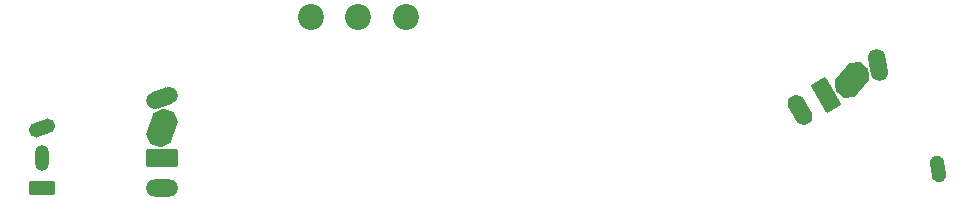
<source format=gbr>
G04 --- HEADER BEGIN --- *
G04 #@! TF.GenerationSoftware,LibrePCB,LibrePCB,0.1.2*
G04 #@! TF.CreationDate,2019-01-02T03:04:05*
G04 #@! TF.ProjectId,test_project,7c04f9d5-7366-4c4b-9e17-852ed57b3966,v1*
G04 #@! TF.Part,Single*
G04 #@! TF.SameCoordinates*
G04 #@! TF.FileFunction,Soldermask,Top*
G04 #@! TF.FilePolarity,Negative*
%FSLAX66Y66*%
%MOMM*%
G01*
G75*
G04 --- HEADER END --- *
G04 --- APERTURE LIST BEGIN --- *
%AMROTATEDOBROUND10*1,1,1.47,0.110267,-0.625353*1,1,1.47,-0.110267,0.625353*20,1,1.47,0.110267,-0.625353,-0.110267,0.625353,0*%
%ADD10ROTATEDOBROUND10*%
%AMROUNDEDRECT11*20,1,1.47,-1.27,0.0,1.27,0.0,120.0*20,1,1.27,-1.37,0.0,1.37,0.0,120.0*1,1,0.2,0.085074,-1.417352*1,1,0.2,-1.184926,0.782352*1,1,0.2,-0.085074,1.417352*1,1,0.2,1.184926,-0.782352*%
%ADD11ROUNDEDRECT11*%
%AMROUNDEDOCTAGON12*4,1,16,1.1,0.207107,1.070711,0.277818,0.777818,0.570711,0.707107,0.6,-0.707107,0.6,-0.777818,0.570711,-1.070711,0.277818,-1.1,0.207107,-1.1,-0.207107,-1.070711,-0.277818,-0.777818,-0.570711,-0.707107,-0.6,0.707107,-0.6,0.777818,-0.570711,1.070711,-0.277818,1.1,-0.207107,1.1,0.207107,100.0*1,1,0.2,-0.615192,0.60954*1,1,0.2,-0.369616,-0.783189*1,1,0.2,-0.030312,-1.020772*1,1,0.2,0.377609,-0.948844*1,1,0.2,0.615192,-0.60954*1,1,0.2,0.369616,0.783189*1,1,0.2,0.030312,1.020772*1,1,0.2,-0.377609,0.948844*%
%ADD12ROUNDEDOCTAGON12*%
%AMROTATEDOBROUND13*1,1,1.47,0.3175,-0.549926*1,1,1.47,-0.3175,0.549926*20,1,1.47,0.3175,-0.549926,-0.3175,0.549926,0*%
%ADD13ROTATEDOBROUND13*%
%AMROUNDEDOCTAGON14*4,1,16,1.6,0.414214,1.570711,0.484925,0.984925,1.070711,0.914214,1.1,-0.914214,1.1,-0.984925,1.070711,-1.570711,0.484925,-1.6,0.414214,-1.6,-0.414214,-1.570711,-0.484925,-0.984925,-1.070711,-0.914214,-1.1,0.914214,-1.1,0.984925,-1.070711,1.570711,-0.484925,1.6,-0.414214,1.6,0.414214,50.0*1,1,0.2,-0.178399,1.343116*1,1,0.2,-1.35369,-0.057541*1,1,0.2,-1.281488,-0.882815*1,1,0.2,-0.646875,-1.415318*1,1,0.2,0.178399,-1.343116*1,1,0.2,1.35369,0.057541*1,1,0.2,1.281488,0.882815*1,1,0.2,0.646875,1.415318*%
%ADD14ROUNDEDOCTAGON14*%
%AMROTATEDOBROUND15*1,1,1.47,-0.596705,-0.217183*1,1,1.47,0.596705,0.217183*20,1,1.47,-0.596705,-0.217183,0.596705,0.217183,0*%
%ADD15ROTATEDOBROUND15*%
%AMROUNDEDRECT16*20,1,1.47,-1.27,0.0,1.27,0.0,0.0*20,1,1.27,-1.37,0.0,1.37,0.0,0.0*1,1,0.2,-1.27,0.635*1,1,0.2,1.27,0.635*1,1,0.2,1.27,-0.635*1,1,0.2,-1.27,-0.635*%
%ADD16ROUNDEDRECT16*%
%AMROUNDEDOCTAGON17*4,1,16,1.1,0.207107,1.070711,0.277818,0.777818,0.570711,0.707107,0.6,-0.707107,0.6,-0.777818,0.570711,-1.070711,0.277818,-1.1,0.207107,-1.1,-0.207107,-1.070711,-0.277818,-0.777818,-0.570711,-0.707107,-0.6,0.707107,-0.6,0.777818,-0.570711,1.070711,-0.277818,1.1,-0.207107,1.1,0.207107,20.0*1,1,0.2,0.493453,0.711691*1,1,0.2,-0.835473,0.228001*1,1,0.2,-1.010527,-0.147403*1,1,0.2,-0.868858,-0.536637*1,1,0.2,-0.493453,-0.711691*1,1,0.2,0.835473,-0.228001*1,1,0.2,1.010527,0.147403*1,1,0.2,0.868858,0.536637*%
%ADD17ROUNDEDOCTAGON17*%
%AMROUNDEDRECT18*20,1,1.2,-1.0,0.0,1.0,0.0,0.0*20,1,1.0,-1.1,0.0,1.1,0.0,0.0*1,1,0.2,-1.0,0.5*1,1,0.2,1.0,0.5*1,1,0.2,1.0,-0.5*1,1,0.2,-1.0,-0.5*%
%ADD18ROUNDEDRECT18*%
%ADD19O,2.74X1.47*%
%AMROUNDEDOCTAGON20*4,1,16,1.6,0.414214,1.570711,0.484925,0.984925,1.070711,0.914214,1.1,-0.914214,1.1,-0.984925,1.070711,-1.570711,0.484925,-1.6,0.414214,-1.6,-0.414214,-1.570711,-0.484925,-0.984925,-1.070711,-0.914214,-1.1,0.914214,-1.1,0.984925,-1.070711,1.570711,-0.484925,1.6,-0.414214,1.6,0.414214,70.0*1,1,0.2,-0.627013,1.2011*1,1,0.2,-1.252372,-0.51706*1,1,0.2,-0.902264,-1.267869*1,1,0.2,-0.123796,-1.551208*1,1,0.2,0.627013,-1.2011*1,1,0.2,1.252372,0.51706*1,1,0.2,0.902264,1.267869*1,1,0.2,0.123796,1.551208*%
%ADD20ROUNDEDOCTAGON20*%
%ADD21O,1.2X2.2*%
%ADD22C,2.2*%
G04 --- APERTURE LIST END --- *
G04 --- BOARD BEGIN --- *
D10*
G04 #@! TO.C,D2*
X60012659Y41970886D03*
D11*
X55613250Y39430886D03*
D12*
X65092659Y33172068D03*
D13*
X53413546Y38160886D03*
D14*
X57812955Y40700886D03*
D15*
G04 #@! TO.C,D1*
X-620000Y39140000D03*
D16*
X-620000Y34060000D03*
D17*
X-10780000Y36600000D03*
D18*
X-10780000Y31520000D03*
D19*
X-620000Y31520000D03*
D20*
X-620000Y36600000D03*
D21*
X-10780000Y34060000D03*
D22*
G04 #@! TD*
X16000000Y46000000D03*
X20000000Y46000000D03*
X12000000Y46000000D03*
G04 --- BOARD END --- *

M02*

</source>
